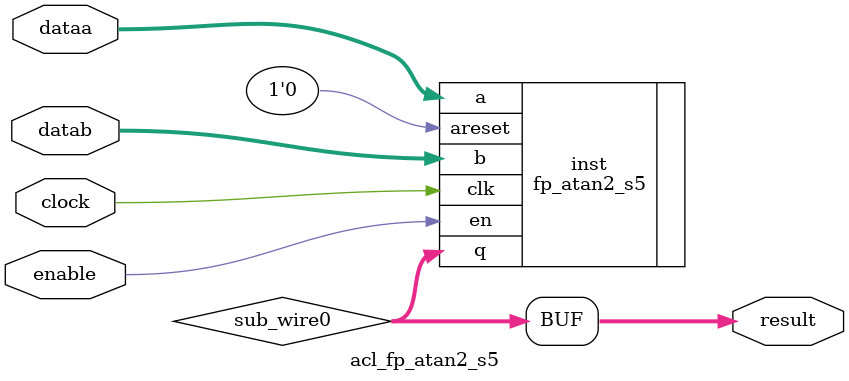
<source format=v>

`timescale 1 ps / 1 ps
// synopsys translate_on
module acl_fp_atan2_s5 (
	enable,
	clock,
	dataa,
	datab,
	result);

	input	  enable;
	input	  clock;
	input	[31:0]  dataa;
	input	[31:0]  datab;
	output	[31:0]  result;

	wire [31:0] sub_wire0;
	wire [31:0] result = sub_wire0[31:0];

	fp_atan2_s5	inst (
				.en (enable),
        .areset(1'b0),
				.clk(clock),
				.a(dataa),
				.b(datab),
				.q(sub_wire0));

endmodule

</source>
